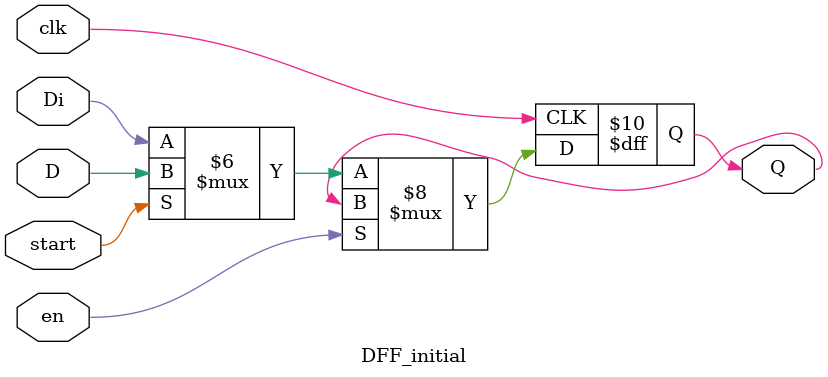
<source format=v>
`timescale 1ns / 1ps
module LFSR_16_PUFTRNG(
    input clk,start_new,next_LFSR,
    input [15:0] C,
    output [15:0] R,
     output reg en
    );



reg start;
reg done;
reg [3:0] cnt;
assign F = R[15] ^ R[11] ^ R[1] ^ R[0]; /// ---- 6319 @7  6311 @8
//assign F = R[15] ^ R[11] ^ R[10] ^ R[1] ^ R[0]; ----- worst 
//assign F = R[15] ^ R[11] ^ R[13] ^ R[1] ^ R[0]; --- 5596 @8
//assign F = R[15] ^ R[13] ^ R[11] ^ R[10] ^ R[12] ^ R[0];  ///  5807 @8 7 max 
//15 13 12 10 

always @ (posedge clk)
begin
if(!start_new) 
   begin
     start <= 1'b0;
     en<=1'b0;
     cnt<=4'd1;
     done <= 1'b0;
    end
else 
 begin
      if(next_LFSR)
      begin
         start <= 1'b1;
         en<=1'b0;
         cnt<=4'd1;
         done <= 1'b0;
      end
else
begin
  if(cnt < 4'd12) 
    begin
        start <=1'b1;
        en<=1'b0;
        cnt <= cnt + 1'b1;
        done <= 1'b1;
    end
   else
    begin
        start <= 1'b1;
        en <= 1'b1;
        cnt <= 4'd15;
        done <= 1'b1;
    end

end
end
end







DFF_initial DFF0(clk,en,start,C[0],F,R[0]);
DFF_initial DFF1(clk,en,start,C[1],R[0],R[1]);
DFF_initial DFF2(clk,en,start,C[2],R[1],R[2]);
DFF_initial DFF3(clk,en,start,C[3],R[2],R[3]);
DFF_initial DFF4(clk,en,start,C[4],R[3],R[4]);
DFF_initial DFF5(clk,en,start,C[5],R[4],R[5]);
DFF_initial DFF6(clk,en,start,C[6],R[5],R[6]);
DFF_initial DFF7(clk,en,start,C[7],R[6],R[7]);
DFF_initial DFF8(clk,en,start,C[8],R[7],R[8]);
DFF_initial DFF9(clk,en,start,C[9],R[8],R[9]);
DFF_initial DFF10(clk,en,start,C[10],R[9],R[10]);
DFF_initial DFF11(clk,en,start,C[11],R[10],R[11]);
DFF_initial DFF12(clk,en,start,C[12],R[11],R[12]);
DFF_initial DFF13(clk,en,start,C[13],R[12],R[13]);
DFF_initial DFF14(clk,en,start,C[14],R[13],R[14]);
DFF_initial DFF15(clk,en,start,C[15],R[14],R[15]);



endmodule

module DFF_initial(
    input clk,en,start,
    input Di,D,
    output reg Q
    );

//reg cnt;
//initial cnt<= 1'b0;

always @ (posedge clk)
begin
if(!en) begin
 if(!start) Q <=Di ;  //  load the initial value;
    else Q <=D ;   //  load the load the present value;
end 
else 
begin
Q<=Q;
end
end
//end




endmodule

</source>
